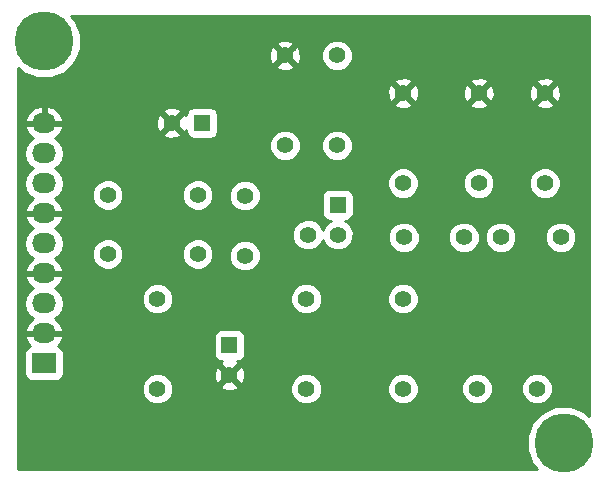
<source format=gtl>
G04 #@! TF.FileFunction,Copper,L1,Top,Signal*
%FSLAX45Y45*%
G04 Gerber Fmt 4.5, Leading zero omitted, Abs format (unit mm)*
G04 Created by KiCad (PCBNEW (2015-01-25 BZR 5388)-product) date Mo 03 Aug 2015 14:21:19 CEST*
%MOMM*%
G01*
G04 APERTURE LIST*
%ADD10C,0.150000*%
%ADD11C,5.001260*%
%ADD12C,1.397000*%
%ADD13R,2.032000X1.727200*%
%ADD14O,2.032000X1.727200*%
%ADD15R,1.397000X1.397000*%
%ADD16C,0.254000*%
G04 APERTURE END LIST*
D10*
D11*
X17100042Y-9900158D03*
X12700000Y-6499860D03*
D12*
X15740126Y-7701026D03*
X15740126Y-6939026D03*
X15180056Y-7380986D03*
X15180056Y-6618986D03*
X13660120Y-8678926D03*
X13660120Y-9440926D03*
X14919960Y-9440672D03*
X14919960Y-8678672D03*
X16940022Y-7701026D03*
X16940022Y-6939026D03*
X16379952Y-7701026D03*
X16379952Y-6939026D03*
X14739874Y-7380986D03*
X14739874Y-6618986D03*
X15740126Y-9440926D03*
X15740126Y-8678926D03*
X14000988Y-7800086D03*
X13238988Y-7800086D03*
X14000988Y-8299958D03*
X13238988Y-8299958D03*
X17074134Y-8159750D03*
X16566134Y-8159750D03*
X16254222Y-8160004D03*
X15746222Y-8160004D03*
X16873982Y-9439910D03*
X16365982Y-9439910D03*
X14400022Y-7805928D03*
X14400022Y-8313928D03*
D13*
X12700000Y-9226000D03*
D14*
X12700000Y-8972000D03*
X12700000Y-8718000D03*
X12700000Y-8464000D03*
X12700000Y-8210000D03*
X12700000Y-7956000D03*
X12700000Y-7702000D03*
X12700000Y-7448000D03*
X12700000Y-7194000D03*
D15*
X14270000Y-9073000D03*
D12*
X14270000Y-9327000D03*
D15*
X14037000Y-7190000D03*
D12*
X13783000Y-7190000D03*
D15*
X15187000Y-7883000D03*
D12*
X15187000Y-8137000D03*
X14933000Y-8137000D03*
D16*
G36*
X17317466Y-9674129D02*
X17277893Y-9634487D01*
X17207507Y-9605260D01*
X17207507Y-8133341D01*
X17187249Y-8084312D01*
X17149769Y-8046767D01*
X17100775Y-8026423D01*
X17074615Y-8026400D01*
X17074615Y-6958278D01*
X17071737Y-6905306D01*
X17057002Y-6869733D01*
X17033441Y-6863568D01*
X17015480Y-6881528D01*
X17015480Y-6845607D01*
X17009315Y-6822046D01*
X16959274Y-6804433D01*
X16906302Y-6807311D01*
X16870729Y-6822046D01*
X16864564Y-6845607D01*
X16940022Y-6921065D01*
X17015480Y-6845607D01*
X17015480Y-6881528D01*
X16957983Y-6939026D01*
X17033441Y-7014484D01*
X17057002Y-7008319D01*
X17074615Y-6958278D01*
X17074615Y-8026400D01*
X17073395Y-8026399D01*
X17073395Y-7674617D01*
X17053137Y-7625588D01*
X17015657Y-7588043D01*
X17015480Y-7587970D01*
X17015480Y-7032445D01*
X16940022Y-6956986D01*
X16922062Y-6974947D01*
X16922062Y-6939026D01*
X16846603Y-6863568D01*
X16823042Y-6869733D01*
X16805429Y-6919774D01*
X16808307Y-6972746D01*
X16823042Y-7008319D01*
X16846603Y-7014484D01*
X16922062Y-6939026D01*
X16922062Y-6974947D01*
X16864564Y-7032445D01*
X16870729Y-7056006D01*
X16920770Y-7073619D01*
X16973742Y-7070741D01*
X17009315Y-7056006D01*
X17015480Y-7032445D01*
X17015480Y-7587970D01*
X16966663Y-7567699D01*
X16913613Y-7567653D01*
X16864584Y-7587911D01*
X16827039Y-7625391D01*
X16806695Y-7674385D01*
X16806649Y-7727435D01*
X16826907Y-7776464D01*
X16864387Y-7814009D01*
X16913381Y-7834353D01*
X16966431Y-7834399D01*
X17015460Y-7814141D01*
X17053005Y-7776661D01*
X17073349Y-7727667D01*
X17073395Y-7674617D01*
X17073395Y-8026399D01*
X17047725Y-8026377D01*
X16998696Y-8046635D01*
X16961151Y-8084115D01*
X16940807Y-8133109D01*
X16940761Y-8186159D01*
X16961019Y-8235188D01*
X16998499Y-8272733D01*
X17047493Y-8293077D01*
X17100543Y-8293123D01*
X17149572Y-8272865D01*
X17187117Y-8235385D01*
X17207461Y-8186391D01*
X17207507Y-8133341D01*
X17207507Y-9605260D01*
X17162687Y-9586650D01*
X17037944Y-9586541D01*
X17007355Y-9599180D01*
X17007355Y-9413501D01*
X16987097Y-9364472D01*
X16949617Y-9326927D01*
X16900623Y-9306583D01*
X16847573Y-9306537D01*
X16798544Y-9326795D01*
X16760999Y-9364275D01*
X16740655Y-9413269D01*
X16740609Y-9466319D01*
X16760867Y-9515348D01*
X16798347Y-9552893D01*
X16847341Y-9573237D01*
X16900391Y-9573283D01*
X16949420Y-9553025D01*
X16986965Y-9515545D01*
X17007309Y-9466551D01*
X17007355Y-9413501D01*
X17007355Y-9599180D01*
X16922655Y-9634177D01*
X16834371Y-9722307D01*
X16786534Y-9837513D01*
X16786425Y-9962256D01*
X16834061Y-10077545D01*
X16873775Y-10117328D01*
X16699507Y-10117328D01*
X16699507Y-8133341D01*
X16679249Y-8084312D01*
X16641769Y-8046767D01*
X16592775Y-8026423D01*
X16539725Y-8026377D01*
X16514545Y-8036781D01*
X16514545Y-6958278D01*
X16511667Y-6905306D01*
X16496932Y-6869733D01*
X16473371Y-6863568D01*
X16455410Y-6881528D01*
X16455410Y-6845607D01*
X16449245Y-6822046D01*
X16399204Y-6804433D01*
X16346232Y-6807311D01*
X16310659Y-6822046D01*
X16304494Y-6845607D01*
X16379952Y-6921065D01*
X16455410Y-6845607D01*
X16455410Y-6881528D01*
X16397912Y-6939026D01*
X16473371Y-7014484D01*
X16496932Y-7008319D01*
X16514545Y-6958278D01*
X16514545Y-8036781D01*
X16513325Y-8037285D01*
X16513325Y-7674617D01*
X16493067Y-7625588D01*
X16455587Y-7588043D01*
X16455410Y-7587970D01*
X16455410Y-7032445D01*
X16379952Y-6956986D01*
X16361991Y-6974947D01*
X16361991Y-6939026D01*
X16286533Y-6863568D01*
X16262972Y-6869733D01*
X16245359Y-6919774D01*
X16248237Y-6972746D01*
X16262972Y-7008319D01*
X16286533Y-7014484D01*
X16361991Y-6939026D01*
X16361991Y-6974947D01*
X16304494Y-7032445D01*
X16310659Y-7056006D01*
X16360700Y-7073619D01*
X16413672Y-7070741D01*
X16449245Y-7056006D01*
X16455410Y-7032445D01*
X16455410Y-7587970D01*
X16406593Y-7567699D01*
X16353543Y-7567653D01*
X16304514Y-7587911D01*
X16266969Y-7625391D01*
X16246625Y-7674385D01*
X16246579Y-7727435D01*
X16266837Y-7776464D01*
X16304317Y-7814009D01*
X16353311Y-7834353D01*
X16406361Y-7834399D01*
X16455390Y-7814141D01*
X16492935Y-7776661D01*
X16513279Y-7727667D01*
X16513325Y-7674617D01*
X16513325Y-8037285D01*
X16490696Y-8046635D01*
X16453151Y-8084115D01*
X16432807Y-8133109D01*
X16432761Y-8186159D01*
X16453019Y-8235188D01*
X16490499Y-8272733D01*
X16539493Y-8293077D01*
X16592543Y-8293123D01*
X16641572Y-8272865D01*
X16679117Y-8235385D01*
X16699461Y-8186391D01*
X16699507Y-8133341D01*
X16699507Y-10117328D01*
X16499355Y-10117328D01*
X16499355Y-9413501D01*
X16479097Y-9364472D01*
X16441617Y-9326927D01*
X16392623Y-9306583D01*
X16387595Y-9306579D01*
X16387595Y-8133595D01*
X16367337Y-8084566D01*
X16329857Y-8047021D01*
X16280863Y-8026677D01*
X16227813Y-8026631D01*
X16178784Y-8046889D01*
X16141239Y-8084369D01*
X16120895Y-8133363D01*
X16120849Y-8186413D01*
X16141107Y-8235442D01*
X16178587Y-8272987D01*
X16227581Y-8293331D01*
X16280631Y-8293377D01*
X16329660Y-8273119D01*
X16367205Y-8235639D01*
X16387549Y-8186645D01*
X16387595Y-8133595D01*
X16387595Y-9306579D01*
X16339573Y-9306537D01*
X16290544Y-9326795D01*
X16252999Y-9364275D01*
X16232655Y-9413269D01*
X16232609Y-9466319D01*
X16252867Y-9515348D01*
X16290347Y-9552893D01*
X16339341Y-9573237D01*
X16392391Y-9573283D01*
X16441420Y-9553025D01*
X16478965Y-9515545D01*
X16499309Y-9466551D01*
X16499355Y-9413501D01*
X16499355Y-10117328D01*
X15879595Y-10117328D01*
X15879595Y-8133595D01*
X15874719Y-8121793D01*
X15874719Y-6958278D01*
X15871841Y-6905306D01*
X15857106Y-6869733D01*
X15833545Y-6863568D01*
X15815584Y-6881528D01*
X15815584Y-6845607D01*
X15809419Y-6822046D01*
X15759378Y-6804433D01*
X15706406Y-6807311D01*
X15670833Y-6822046D01*
X15664668Y-6845607D01*
X15740126Y-6921065D01*
X15815584Y-6845607D01*
X15815584Y-6881528D01*
X15758086Y-6939026D01*
X15833545Y-7014484D01*
X15857106Y-7008319D01*
X15874719Y-6958278D01*
X15874719Y-8121793D01*
X15873499Y-8118842D01*
X15873499Y-7674617D01*
X15853241Y-7625588D01*
X15815761Y-7588043D01*
X15815584Y-7587970D01*
X15815584Y-7032445D01*
X15740126Y-6956986D01*
X15722165Y-6974947D01*
X15722165Y-6939026D01*
X15646707Y-6863568D01*
X15623146Y-6869733D01*
X15605533Y-6919774D01*
X15608411Y-6972746D01*
X15623146Y-7008319D01*
X15646707Y-7014484D01*
X15722165Y-6939026D01*
X15722165Y-6974947D01*
X15664668Y-7032445D01*
X15670833Y-7056006D01*
X15720874Y-7073619D01*
X15773846Y-7070741D01*
X15809419Y-7056006D01*
X15815584Y-7032445D01*
X15815584Y-7587970D01*
X15766767Y-7567699D01*
X15713717Y-7567653D01*
X15664688Y-7587911D01*
X15627143Y-7625391D01*
X15606799Y-7674385D01*
X15606753Y-7727435D01*
X15627011Y-7776464D01*
X15664491Y-7814009D01*
X15713485Y-7834353D01*
X15766535Y-7834399D01*
X15815564Y-7814141D01*
X15853109Y-7776661D01*
X15873453Y-7727667D01*
X15873499Y-7674617D01*
X15873499Y-8118842D01*
X15859337Y-8084566D01*
X15821857Y-8047021D01*
X15772863Y-8026677D01*
X15719813Y-8026631D01*
X15670784Y-8046889D01*
X15633239Y-8084369D01*
X15612895Y-8133363D01*
X15612849Y-8186413D01*
X15633107Y-8235442D01*
X15670587Y-8272987D01*
X15719581Y-8293331D01*
X15772631Y-8293377D01*
X15821660Y-8273119D01*
X15859205Y-8235639D01*
X15879549Y-8186645D01*
X15879595Y-8133595D01*
X15879595Y-10117328D01*
X15873499Y-10117328D01*
X15873499Y-9414517D01*
X15873499Y-8652517D01*
X15853241Y-8603488D01*
X15815761Y-8565943D01*
X15766767Y-8545599D01*
X15713717Y-8545553D01*
X15664688Y-8565811D01*
X15627143Y-8603291D01*
X15606799Y-8652285D01*
X15606753Y-8705335D01*
X15627011Y-8754364D01*
X15664491Y-8791909D01*
X15713485Y-8812253D01*
X15766535Y-8812299D01*
X15815564Y-8792041D01*
X15853109Y-8754561D01*
X15873453Y-8705567D01*
X15873499Y-8652517D01*
X15873499Y-9414517D01*
X15853241Y-9365488D01*
X15815761Y-9327943D01*
X15766767Y-9307599D01*
X15713717Y-9307553D01*
X15664688Y-9327811D01*
X15627143Y-9365291D01*
X15606799Y-9414285D01*
X15606753Y-9467335D01*
X15627011Y-9516364D01*
X15664491Y-9553909D01*
X15713485Y-9574253D01*
X15766535Y-9574299D01*
X15815564Y-9554041D01*
X15853109Y-9516561D01*
X15873453Y-9467567D01*
X15873499Y-9414517D01*
X15873499Y-10117328D01*
X15321594Y-10117328D01*
X15321594Y-7952850D01*
X15321594Y-7813150D01*
X15316896Y-7788938D01*
X15313429Y-7783659D01*
X15313429Y-7354577D01*
X15313429Y-6592577D01*
X15293171Y-6543548D01*
X15255691Y-6506003D01*
X15206697Y-6485659D01*
X15153647Y-6485613D01*
X15104618Y-6505871D01*
X15067073Y-6543351D01*
X15046729Y-6592345D01*
X15046683Y-6645395D01*
X15066941Y-6694424D01*
X15104421Y-6731969D01*
X15153415Y-6752313D01*
X15206465Y-6752359D01*
X15255494Y-6732101D01*
X15293039Y-6694621D01*
X15313383Y-6645627D01*
X15313429Y-6592577D01*
X15313429Y-7354577D01*
X15293171Y-7305548D01*
X15255691Y-7268003D01*
X15206697Y-7247659D01*
X15153647Y-7247613D01*
X15104618Y-7267871D01*
X15067073Y-7305351D01*
X15046729Y-7354345D01*
X15046683Y-7407395D01*
X15066941Y-7456424D01*
X15104421Y-7493969D01*
X15153415Y-7514313D01*
X15206465Y-7514359D01*
X15255494Y-7494101D01*
X15293039Y-7456621D01*
X15313383Y-7407627D01*
X15313429Y-7354577D01*
X15313429Y-7783659D01*
X15302917Y-7767657D01*
X15281814Y-7753412D01*
X15256850Y-7748406D01*
X15117150Y-7748406D01*
X15092938Y-7753104D01*
X15071657Y-7767083D01*
X15057412Y-7788186D01*
X15052406Y-7813150D01*
X15052406Y-7952850D01*
X15057104Y-7977062D01*
X15071083Y-7998343D01*
X15092186Y-8012588D01*
X15117150Y-8017594D01*
X15126788Y-8017594D01*
X15111562Y-8023885D01*
X15074017Y-8061365D01*
X15059991Y-8095145D01*
X15046115Y-8061562D01*
X15008635Y-8024017D01*
X14959641Y-8003673D01*
X14906591Y-8003627D01*
X14874467Y-8016900D01*
X14874467Y-6638238D01*
X14871589Y-6585266D01*
X14856854Y-6549693D01*
X14833293Y-6543528D01*
X14815332Y-6561488D01*
X14815332Y-6525567D01*
X14809167Y-6502006D01*
X14759126Y-6484393D01*
X14706154Y-6487271D01*
X14670581Y-6502006D01*
X14664416Y-6525567D01*
X14739874Y-6601025D01*
X14815332Y-6525567D01*
X14815332Y-6561488D01*
X14757834Y-6618986D01*
X14833293Y-6694444D01*
X14856854Y-6688279D01*
X14874467Y-6638238D01*
X14874467Y-8016900D01*
X14873247Y-8017404D01*
X14873247Y-7354577D01*
X14852989Y-7305548D01*
X14815509Y-7268003D01*
X14815332Y-7267930D01*
X14815332Y-6712405D01*
X14739874Y-6636946D01*
X14721913Y-6654907D01*
X14721913Y-6618986D01*
X14646455Y-6543528D01*
X14622894Y-6549693D01*
X14605281Y-6599734D01*
X14608159Y-6652706D01*
X14622894Y-6688279D01*
X14646455Y-6694444D01*
X14721913Y-6618986D01*
X14721913Y-6654907D01*
X14664416Y-6712405D01*
X14670581Y-6735966D01*
X14720622Y-6753579D01*
X14773594Y-6750701D01*
X14809167Y-6735966D01*
X14815332Y-6712405D01*
X14815332Y-7267930D01*
X14766515Y-7247659D01*
X14713465Y-7247613D01*
X14664436Y-7267871D01*
X14626891Y-7305351D01*
X14606547Y-7354345D01*
X14606501Y-7407395D01*
X14626759Y-7456424D01*
X14664239Y-7493969D01*
X14713233Y-7514313D01*
X14766283Y-7514359D01*
X14815312Y-7494101D01*
X14852857Y-7456621D01*
X14873201Y-7407627D01*
X14873247Y-7354577D01*
X14873247Y-8017404D01*
X14857562Y-8023885D01*
X14820017Y-8061365D01*
X14799673Y-8110359D01*
X14799627Y-8163409D01*
X14819885Y-8212438D01*
X14857365Y-8249983D01*
X14906359Y-8270327D01*
X14959409Y-8270373D01*
X15008438Y-8250115D01*
X15045983Y-8212635D01*
X15060009Y-8178855D01*
X15073885Y-8212438D01*
X15111365Y-8249983D01*
X15160359Y-8270327D01*
X15213409Y-8270373D01*
X15262438Y-8250115D01*
X15299983Y-8212635D01*
X15320327Y-8163641D01*
X15320373Y-8110591D01*
X15300115Y-8061562D01*
X15262635Y-8024017D01*
X15247166Y-8017594D01*
X15256850Y-8017594D01*
X15281062Y-8012896D01*
X15302343Y-7998917D01*
X15316588Y-7977814D01*
X15321594Y-7952850D01*
X15321594Y-10117328D01*
X15053333Y-10117328D01*
X15053333Y-9414263D01*
X15053333Y-8652263D01*
X15033075Y-8603234D01*
X14995595Y-8565689D01*
X14946601Y-8545345D01*
X14893551Y-8545299D01*
X14844522Y-8565557D01*
X14806977Y-8603037D01*
X14786633Y-8652031D01*
X14786587Y-8705081D01*
X14806845Y-8754110D01*
X14844325Y-8791655D01*
X14893319Y-8811999D01*
X14946369Y-8812045D01*
X14995398Y-8791787D01*
X15032943Y-8754307D01*
X15053287Y-8705313D01*
X15053333Y-8652263D01*
X15053333Y-9414263D01*
X15033075Y-9365234D01*
X14995595Y-9327689D01*
X14946601Y-9307345D01*
X14893551Y-9307299D01*
X14844522Y-9327557D01*
X14806977Y-9365037D01*
X14786633Y-9414031D01*
X14786587Y-9467081D01*
X14806845Y-9516110D01*
X14844325Y-9553655D01*
X14893319Y-9573999D01*
X14946369Y-9574045D01*
X14995398Y-9553787D01*
X15032943Y-9516307D01*
X15053287Y-9467313D01*
X15053333Y-9414263D01*
X15053333Y-10117328D01*
X14533395Y-10117328D01*
X14533395Y-8287519D01*
X14533395Y-7779519D01*
X14513137Y-7730490D01*
X14475657Y-7692945D01*
X14426663Y-7672601D01*
X14373613Y-7672555D01*
X14324584Y-7692813D01*
X14287039Y-7730293D01*
X14266695Y-7779287D01*
X14266649Y-7832337D01*
X14286907Y-7881366D01*
X14324387Y-7918911D01*
X14373381Y-7939255D01*
X14426431Y-7939301D01*
X14475460Y-7919043D01*
X14513005Y-7881563D01*
X14533349Y-7832569D01*
X14533395Y-7779519D01*
X14533395Y-8287519D01*
X14513137Y-8238490D01*
X14475657Y-8200945D01*
X14426663Y-8180601D01*
X14373613Y-8180555D01*
X14324584Y-8200813D01*
X14287039Y-8238293D01*
X14266695Y-8287287D01*
X14266649Y-8340337D01*
X14286907Y-8389366D01*
X14324387Y-8426911D01*
X14373381Y-8447255D01*
X14426431Y-8447301D01*
X14475460Y-8427043D01*
X14513005Y-8389563D01*
X14533349Y-8340569D01*
X14533395Y-8287519D01*
X14533395Y-10117328D01*
X14404594Y-10117328D01*
X14404594Y-9142850D01*
X14404594Y-9003150D01*
X14399896Y-8978938D01*
X14385917Y-8957657D01*
X14364814Y-8943412D01*
X14339850Y-8938406D01*
X14200150Y-8938406D01*
X14175938Y-8943104D01*
X14171594Y-8945957D01*
X14171594Y-7259850D01*
X14171594Y-7120150D01*
X14166896Y-7095938D01*
X14152917Y-7074657D01*
X14131814Y-7060412D01*
X14106850Y-7055406D01*
X13967150Y-7055406D01*
X13942938Y-7060104D01*
X13921657Y-7074083D01*
X13907412Y-7095186D01*
X13902406Y-7120150D01*
X13902406Y-7126564D01*
X13899980Y-7120707D01*
X13876419Y-7114542D01*
X13858458Y-7132502D01*
X13858458Y-7096581D01*
X13852293Y-7073020D01*
X13802252Y-7055407D01*
X13749280Y-7058285D01*
X13713707Y-7073020D01*
X13707542Y-7096581D01*
X13783000Y-7172039D01*
X13858458Y-7096581D01*
X13858458Y-7132502D01*
X13800960Y-7190000D01*
X13876419Y-7265458D01*
X13899980Y-7259293D01*
X13902406Y-7252400D01*
X13902406Y-7259850D01*
X13907104Y-7284062D01*
X13921083Y-7305343D01*
X13942186Y-7319588D01*
X13967150Y-7324594D01*
X14106850Y-7324594D01*
X14131062Y-7319896D01*
X14152343Y-7305917D01*
X14166588Y-7284814D01*
X14171594Y-7259850D01*
X14171594Y-8945957D01*
X14154657Y-8957083D01*
X14140412Y-8978186D01*
X14135406Y-9003150D01*
X14135406Y-9142850D01*
X14140104Y-9167062D01*
X14154083Y-9188343D01*
X14175186Y-9202588D01*
X14200150Y-9207594D01*
X14206564Y-9207594D01*
X14200707Y-9210020D01*
X14194542Y-9233581D01*
X14270000Y-9309040D01*
X14345458Y-9233581D01*
X14339293Y-9210020D01*
X14332400Y-9207594D01*
X14339850Y-9207594D01*
X14364062Y-9202896D01*
X14385343Y-9188917D01*
X14399588Y-9167814D01*
X14404594Y-9142850D01*
X14404594Y-10117328D01*
X14404593Y-10117328D01*
X14404593Y-9346252D01*
X14401715Y-9293280D01*
X14386980Y-9257707D01*
X14363419Y-9251542D01*
X14287960Y-9327000D01*
X14363419Y-9402458D01*
X14386980Y-9396293D01*
X14404593Y-9346252D01*
X14404593Y-10117328D01*
X14345458Y-10117328D01*
X14345458Y-9420419D01*
X14270000Y-9344961D01*
X14252039Y-9362921D01*
X14252039Y-9327000D01*
X14176581Y-9251542D01*
X14153020Y-9257707D01*
X14135407Y-9307748D01*
X14138285Y-9360720D01*
X14153020Y-9396293D01*
X14176581Y-9402458D01*
X14252039Y-9327000D01*
X14252039Y-9362921D01*
X14194542Y-9420419D01*
X14200707Y-9443980D01*
X14250748Y-9461593D01*
X14303720Y-9458715D01*
X14339293Y-9443980D01*
X14345458Y-9420419D01*
X14345458Y-10117328D01*
X14134361Y-10117328D01*
X14134361Y-8273549D01*
X14134361Y-7773677D01*
X14114103Y-7724648D01*
X14076623Y-7687103D01*
X14027629Y-7666759D01*
X13974579Y-7666713D01*
X13925550Y-7686971D01*
X13888005Y-7724451D01*
X13867661Y-7773445D01*
X13867615Y-7826495D01*
X13887873Y-7875524D01*
X13925353Y-7913069D01*
X13974347Y-7933413D01*
X14027397Y-7933459D01*
X14076426Y-7913201D01*
X14113971Y-7875721D01*
X14134315Y-7826727D01*
X14134361Y-7773677D01*
X14134361Y-8273549D01*
X14114103Y-8224520D01*
X14076623Y-8186975D01*
X14027629Y-8166631D01*
X13974579Y-8166585D01*
X13925550Y-8186843D01*
X13888005Y-8224323D01*
X13867661Y-8273317D01*
X13867615Y-8326367D01*
X13887873Y-8375396D01*
X13925353Y-8412941D01*
X13974347Y-8433285D01*
X14027397Y-8433331D01*
X14076426Y-8413073D01*
X14113971Y-8375593D01*
X14134315Y-8326599D01*
X14134361Y-8273549D01*
X14134361Y-10117328D01*
X13858458Y-10117328D01*
X13858458Y-7283419D01*
X13783000Y-7207960D01*
X13765039Y-7225921D01*
X13765039Y-7190000D01*
X13689581Y-7114542D01*
X13666020Y-7120707D01*
X13648407Y-7170748D01*
X13651285Y-7223720D01*
X13666020Y-7259293D01*
X13689581Y-7265458D01*
X13765039Y-7190000D01*
X13765039Y-7225921D01*
X13707542Y-7283419D01*
X13713707Y-7306980D01*
X13763748Y-7324593D01*
X13816720Y-7321715D01*
X13852293Y-7306980D01*
X13858458Y-7283419D01*
X13858458Y-10117328D01*
X13793493Y-10117328D01*
X13793493Y-9414517D01*
X13793493Y-8652517D01*
X13773235Y-8603488D01*
X13735755Y-8565943D01*
X13686761Y-8545599D01*
X13633711Y-8545553D01*
X13584682Y-8565811D01*
X13547137Y-8603291D01*
X13526793Y-8652285D01*
X13526747Y-8705335D01*
X13547005Y-8754364D01*
X13584485Y-8791909D01*
X13633479Y-8812253D01*
X13686529Y-8812299D01*
X13735558Y-8792041D01*
X13773103Y-8754561D01*
X13793447Y-8705567D01*
X13793493Y-8652517D01*
X13793493Y-9414517D01*
X13773235Y-9365488D01*
X13735755Y-9327943D01*
X13686761Y-9307599D01*
X13633711Y-9307553D01*
X13584682Y-9327811D01*
X13547137Y-9365291D01*
X13526793Y-9414285D01*
X13526747Y-9467335D01*
X13547005Y-9516364D01*
X13584485Y-9553909D01*
X13633479Y-9574253D01*
X13686529Y-9574299D01*
X13735558Y-9554041D01*
X13773103Y-9516561D01*
X13793447Y-9467567D01*
X13793493Y-9414517D01*
X13793493Y-10117328D01*
X13372361Y-10117328D01*
X13372361Y-8273549D01*
X13372361Y-7773677D01*
X13352103Y-7724648D01*
X13314623Y-7687103D01*
X13265629Y-7666759D01*
X13212579Y-7666713D01*
X13163550Y-7686971D01*
X13126005Y-7724451D01*
X13105661Y-7773445D01*
X13105615Y-7826495D01*
X13125873Y-7875524D01*
X13163353Y-7913069D01*
X13212347Y-7933413D01*
X13265397Y-7933459D01*
X13314426Y-7913201D01*
X13351971Y-7875721D01*
X13372315Y-7826727D01*
X13372361Y-7773677D01*
X13372361Y-8273549D01*
X13352103Y-8224520D01*
X13314623Y-8186975D01*
X13265629Y-8166631D01*
X13212579Y-8166585D01*
X13163550Y-8186843D01*
X13126005Y-8224323D01*
X13105661Y-8273317D01*
X13105615Y-8326367D01*
X13125873Y-8375396D01*
X13163353Y-8412941D01*
X13212347Y-8433285D01*
X13265397Y-8433331D01*
X13314426Y-8413073D01*
X13351971Y-8375593D01*
X13372315Y-8326599D01*
X13372361Y-8273549D01*
X13372361Y-10117328D01*
X12868334Y-10117328D01*
X12868334Y-8718000D01*
X12868334Y-8210000D01*
X12868334Y-7702000D01*
X12856927Y-7644651D01*
X12824441Y-7596033D01*
X12792963Y-7575000D01*
X12824441Y-7553967D01*
X12856927Y-7505349D01*
X12868334Y-7448000D01*
X12856927Y-7390651D01*
X12824441Y-7342033D01*
X12793493Y-7321354D01*
X12835073Y-7284204D01*
X12860471Y-7231479D01*
X12860736Y-7229903D01*
X12860736Y-7158097D01*
X12860471Y-7156521D01*
X12835073Y-7103796D01*
X12791432Y-7064805D01*
X12736191Y-7045482D01*
X12712700Y-7059908D01*
X12712700Y-7181300D01*
X12848622Y-7181300D01*
X12860736Y-7158097D01*
X12860736Y-7229903D01*
X12848622Y-7206700D01*
X12712700Y-7206700D01*
X12712700Y-7208700D01*
X12687300Y-7208700D01*
X12687300Y-7206700D01*
X12687300Y-7181300D01*
X12687300Y-7059908D01*
X12663809Y-7045482D01*
X12608568Y-7064805D01*
X12564927Y-7103796D01*
X12539529Y-7156521D01*
X12539264Y-7158097D01*
X12551378Y-7181300D01*
X12687300Y-7181300D01*
X12687300Y-7206700D01*
X12551378Y-7206700D01*
X12539264Y-7229903D01*
X12539529Y-7231479D01*
X12564927Y-7284204D01*
X12606507Y-7321354D01*
X12575558Y-7342033D01*
X12543073Y-7390651D01*
X12531665Y-7448000D01*
X12543073Y-7505349D01*
X12575558Y-7553967D01*
X12607036Y-7575000D01*
X12575558Y-7596033D01*
X12543073Y-7644651D01*
X12531665Y-7702000D01*
X12543073Y-7759349D01*
X12575558Y-7807967D01*
X12606507Y-7828646D01*
X12564927Y-7865796D01*
X12539529Y-7918521D01*
X12539264Y-7920097D01*
X12551378Y-7943300D01*
X12687300Y-7943300D01*
X12687300Y-7941300D01*
X12712700Y-7941300D01*
X12712700Y-7943300D01*
X12848622Y-7943300D01*
X12860736Y-7920097D01*
X12860471Y-7918521D01*
X12835073Y-7865796D01*
X12793493Y-7828646D01*
X12824441Y-7807967D01*
X12856927Y-7759349D01*
X12868334Y-7702000D01*
X12868334Y-8210000D01*
X12856927Y-8152651D01*
X12824441Y-8104033D01*
X12793493Y-8083354D01*
X12835073Y-8046204D01*
X12860471Y-7993479D01*
X12860736Y-7991903D01*
X12848622Y-7968700D01*
X12712700Y-7968700D01*
X12712700Y-7970700D01*
X12687300Y-7970700D01*
X12687300Y-7968700D01*
X12551378Y-7968700D01*
X12539264Y-7991903D01*
X12539529Y-7993479D01*
X12564927Y-8046204D01*
X12606507Y-8083354D01*
X12575558Y-8104033D01*
X12543073Y-8152651D01*
X12531665Y-8210000D01*
X12543073Y-8267349D01*
X12575558Y-8315967D01*
X12606507Y-8336646D01*
X12564927Y-8373796D01*
X12539529Y-8426521D01*
X12539264Y-8428097D01*
X12551378Y-8451300D01*
X12687300Y-8451300D01*
X12687300Y-8449300D01*
X12712700Y-8449300D01*
X12712700Y-8451300D01*
X12848622Y-8451300D01*
X12860736Y-8428097D01*
X12860471Y-8426521D01*
X12835073Y-8373796D01*
X12793493Y-8336646D01*
X12824441Y-8315967D01*
X12856927Y-8267349D01*
X12868334Y-8210000D01*
X12868334Y-8718000D01*
X12856927Y-8660651D01*
X12824441Y-8612033D01*
X12793493Y-8591354D01*
X12835073Y-8554204D01*
X12860471Y-8501479D01*
X12860736Y-8499903D01*
X12848622Y-8476700D01*
X12712700Y-8476700D01*
X12712700Y-8478700D01*
X12687300Y-8478700D01*
X12687300Y-8476700D01*
X12551378Y-8476700D01*
X12539264Y-8499903D01*
X12539529Y-8501479D01*
X12564927Y-8554204D01*
X12606507Y-8591354D01*
X12575558Y-8612033D01*
X12543073Y-8660651D01*
X12531665Y-8718000D01*
X12543073Y-8775349D01*
X12575558Y-8823967D01*
X12606507Y-8844646D01*
X12564927Y-8881796D01*
X12539529Y-8934521D01*
X12539264Y-8936097D01*
X12551378Y-8959300D01*
X12687300Y-8959300D01*
X12687300Y-8957300D01*
X12712700Y-8957300D01*
X12712700Y-8959300D01*
X12848622Y-8959300D01*
X12860736Y-8936097D01*
X12860471Y-8934521D01*
X12835073Y-8881796D01*
X12793493Y-8844646D01*
X12824441Y-8823967D01*
X12856927Y-8775349D01*
X12868334Y-8718000D01*
X12868334Y-10117328D01*
X12866344Y-10117328D01*
X12866344Y-9312360D01*
X12866344Y-9139640D01*
X12861646Y-9115428D01*
X12847667Y-9094147D01*
X12826564Y-9079902D01*
X12817335Y-9078052D01*
X12835073Y-9062204D01*
X12860471Y-9009479D01*
X12860736Y-9007903D01*
X12848622Y-8984700D01*
X12712700Y-8984700D01*
X12712700Y-8986700D01*
X12687300Y-8986700D01*
X12687300Y-8984700D01*
X12551378Y-8984700D01*
X12539264Y-9007903D01*
X12539529Y-9009479D01*
X12564927Y-9062204D01*
X12582570Y-9077967D01*
X12574188Y-9079594D01*
X12552907Y-9093573D01*
X12538662Y-9114676D01*
X12533656Y-9139640D01*
X12533656Y-9312360D01*
X12538354Y-9336572D01*
X12552333Y-9357853D01*
X12573436Y-9372098D01*
X12598400Y-9377104D01*
X12801600Y-9377104D01*
X12825812Y-9372406D01*
X12847093Y-9358427D01*
X12861338Y-9337324D01*
X12866344Y-9312360D01*
X12866344Y-10117328D01*
X12482576Y-10117328D01*
X12482576Y-6725889D01*
X12522149Y-6765531D01*
X12637355Y-6813368D01*
X12762098Y-6813477D01*
X12877387Y-6765841D01*
X12965671Y-6677711D01*
X13013508Y-6562505D01*
X13013617Y-6437762D01*
X12965981Y-6322473D01*
X12926014Y-6282436D01*
X17317466Y-6282436D01*
X17317466Y-9674129D01*
X17317466Y-9674129D01*
G37*
X17317466Y-9674129D02*
X17277893Y-9634487D01*
X17207507Y-9605260D01*
X17207507Y-8133341D01*
X17187249Y-8084312D01*
X17149769Y-8046767D01*
X17100775Y-8026423D01*
X17074615Y-8026400D01*
X17074615Y-6958278D01*
X17071737Y-6905306D01*
X17057002Y-6869733D01*
X17033441Y-6863568D01*
X17015480Y-6881528D01*
X17015480Y-6845607D01*
X17009315Y-6822046D01*
X16959274Y-6804433D01*
X16906302Y-6807311D01*
X16870729Y-6822046D01*
X16864564Y-6845607D01*
X16940022Y-6921065D01*
X17015480Y-6845607D01*
X17015480Y-6881528D01*
X16957983Y-6939026D01*
X17033441Y-7014484D01*
X17057002Y-7008319D01*
X17074615Y-6958278D01*
X17074615Y-8026400D01*
X17073395Y-8026399D01*
X17073395Y-7674617D01*
X17053137Y-7625588D01*
X17015657Y-7588043D01*
X17015480Y-7587970D01*
X17015480Y-7032445D01*
X16940022Y-6956986D01*
X16922062Y-6974947D01*
X16922062Y-6939026D01*
X16846603Y-6863568D01*
X16823042Y-6869733D01*
X16805429Y-6919774D01*
X16808307Y-6972746D01*
X16823042Y-7008319D01*
X16846603Y-7014484D01*
X16922062Y-6939026D01*
X16922062Y-6974947D01*
X16864564Y-7032445D01*
X16870729Y-7056006D01*
X16920770Y-7073619D01*
X16973742Y-7070741D01*
X17009315Y-7056006D01*
X17015480Y-7032445D01*
X17015480Y-7587970D01*
X16966663Y-7567699D01*
X16913613Y-7567653D01*
X16864584Y-7587911D01*
X16827039Y-7625391D01*
X16806695Y-7674385D01*
X16806649Y-7727435D01*
X16826907Y-7776464D01*
X16864387Y-7814009D01*
X16913381Y-7834353D01*
X16966431Y-7834399D01*
X17015460Y-7814141D01*
X17053005Y-7776661D01*
X17073349Y-7727667D01*
X17073395Y-7674617D01*
X17073395Y-8026399D01*
X17047725Y-8026377D01*
X16998696Y-8046635D01*
X16961151Y-8084115D01*
X16940807Y-8133109D01*
X16940761Y-8186159D01*
X16961019Y-8235188D01*
X16998499Y-8272733D01*
X17047493Y-8293077D01*
X17100543Y-8293123D01*
X17149572Y-8272865D01*
X17187117Y-8235385D01*
X17207461Y-8186391D01*
X17207507Y-8133341D01*
X17207507Y-9605260D01*
X17162687Y-9586650D01*
X17037944Y-9586541D01*
X17007355Y-9599180D01*
X17007355Y-9413501D01*
X16987097Y-9364472D01*
X16949617Y-9326927D01*
X16900623Y-9306583D01*
X16847573Y-9306537D01*
X16798544Y-9326795D01*
X16760999Y-9364275D01*
X16740655Y-9413269D01*
X16740609Y-9466319D01*
X16760867Y-9515348D01*
X16798347Y-9552893D01*
X16847341Y-9573237D01*
X16900391Y-9573283D01*
X16949420Y-9553025D01*
X16986965Y-9515545D01*
X17007309Y-9466551D01*
X17007355Y-9413501D01*
X17007355Y-9599180D01*
X16922655Y-9634177D01*
X16834371Y-9722307D01*
X16786534Y-9837513D01*
X16786425Y-9962256D01*
X16834061Y-10077545D01*
X16873775Y-10117328D01*
X16699507Y-10117328D01*
X16699507Y-8133341D01*
X16679249Y-8084312D01*
X16641769Y-8046767D01*
X16592775Y-8026423D01*
X16539725Y-8026377D01*
X16514545Y-8036781D01*
X16514545Y-6958278D01*
X16511667Y-6905306D01*
X16496932Y-6869733D01*
X16473371Y-6863568D01*
X16455410Y-6881528D01*
X16455410Y-6845607D01*
X16449245Y-6822046D01*
X16399204Y-6804433D01*
X16346232Y-6807311D01*
X16310659Y-6822046D01*
X16304494Y-6845607D01*
X16379952Y-6921065D01*
X16455410Y-6845607D01*
X16455410Y-6881528D01*
X16397912Y-6939026D01*
X16473371Y-7014484D01*
X16496932Y-7008319D01*
X16514545Y-6958278D01*
X16514545Y-8036781D01*
X16513325Y-8037285D01*
X16513325Y-7674617D01*
X16493067Y-7625588D01*
X16455587Y-7588043D01*
X16455410Y-7587970D01*
X16455410Y-7032445D01*
X16379952Y-6956986D01*
X16361991Y-6974947D01*
X16361991Y-6939026D01*
X16286533Y-6863568D01*
X16262972Y-6869733D01*
X16245359Y-6919774D01*
X16248237Y-6972746D01*
X16262972Y-7008319D01*
X16286533Y-7014484D01*
X16361991Y-6939026D01*
X16361991Y-6974947D01*
X16304494Y-7032445D01*
X16310659Y-7056006D01*
X16360700Y-7073619D01*
X16413672Y-7070741D01*
X16449245Y-7056006D01*
X16455410Y-7032445D01*
X16455410Y-7587970D01*
X16406593Y-7567699D01*
X16353543Y-7567653D01*
X16304514Y-7587911D01*
X16266969Y-7625391D01*
X16246625Y-7674385D01*
X16246579Y-7727435D01*
X16266837Y-7776464D01*
X16304317Y-7814009D01*
X16353311Y-7834353D01*
X16406361Y-7834399D01*
X16455390Y-7814141D01*
X16492935Y-7776661D01*
X16513279Y-7727667D01*
X16513325Y-7674617D01*
X16513325Y-8037285D01*
X16490696Y-8046635D01*
X16453151Y-8084115D01*
X16432807Y-8133109D01*
X16432761Y-8186159D01*
X16453019Y-8235188D01*
X16490499Y-8272733D01*
X16539493Y-8293077D01*
X16592543Y-8293123D01*
X16641572Y-8272865D01*
X16679117Y-8235385D01*
X16699461Y-8186391D01*
X16699507Y-8133341D01*
X16699507Y-10117328D01*
X16499355Y-10117328D01*
X16499355Y-9413501D01*
X16479097Y-9364472D01*
X16441617Y-9326927D01*
X16392623Y-9306583D01*
X16387595Y-9306579D01*
X16387595Y-8133595D01*
X16367337Y-8084566D01*
X16329857Y-8047021D01*
X16280863Y-8026677D01*
X16227813Y-8026631D01*
X16178784Y-8046889D01*
X16141239Y-8084369D01*
X16120895Y-8133363D01*
X16120849Y-8186413D01*
X16141107Y-8235442D01*
X16178587Y-8272987D01*
X16227581Y-8293331D01*
X16280631Y-8293377D01*
X16329660Y-8273119D01*
X16367205Y-8235639D01*
X16387549Y-8186645D01*
X16387595Y-8133595D01*
X16387595Y-9306579D01*
X16339573Y-9306537D01*
X16290544Y-9326795D01*
X16252999Y-9364275D01*
X16232655Y-9413269D01*
X16232609Y-9466319D01*
X16252867Y-9515348D01*
X16290347Y-9552893D01*
X16339341Y-9573237D01*
X16392391Y-9573283D01*
X16441420Y-9553025D01*
X16478965Y-9515545D01*
X16499309Y-9466551D01*
X16499355Y-9413501D01*
X16499355Y-10117328D01*
X15879595Y-10117328D01*
X15879595Y-8133595D01*
X15874719Y-8121793D01*
X15874719Y-6958278D01*
X15871841Y-6905306D01*
X15857106Y-6869733D01*
X15833545Y-6863568D01*
X15815584Y-6881528D01*
X15815584Y-6845607D01*
X15809419Y-6822046D01*
X15759378Y-6804433D01*
X15706406Y-6807311D01*
X15670833Y-6822046D01*
X15664668Y-6845607D01*
X15740126Y-6921065D01*
X15815584Y-6845607D01*
X15815584Y-6881528D01*
X15758086Y-6939026D01*
X15833545Y-7014484D01*
X15857106Y-7008319D01*
X15874719Y-6958278D01*
X15874719Y-8121793D01*
X15873499Y-8118842D01*
X15873499Y-7674617D01*
X15853241Y-7625588D01*
X15815761Y-7588043D01*
X15815584Y-7587970D01*
X15815584Y-7032445D01*
X15740126Y-6956986D01*
X15722165Y-6974947D01*
X15722165Y-6939026D01*
X15646707Y-6863568D01*
X15623146Y-6869733D01*
X15605533Y-6919774D01*
X15608411Y-6972746D01*
X15623146Y-7008319D01*
X15646707Y-7014484D01*
X15722165Y-6939026D01*
X15722165Y-6974947D01*
X15664668Y-7032445D01*
X15670833Y-7056006D01*
X15720874Y-7073619D01*
X15773846Y-7070741D01*
X15809419Y-7056006D01*
X15815584Y-7032445D01*
X15815584Y-7587970D01*
X15766767Y-7567699D01*
X15713717Y-7567653D01*
X15664688Y-7587911D01*
X15627143Y-7625391D01*
X15606799Y-7674385D01*
X15606753Y-7727435D01*
X15627011Y-7776464D01*
X15664491Y-7814009D01*
X15713485Y-7834353D01*
X15766535Y-7834399D01*
X15815564Y-7814141D01*
X15853109Y-7776661D01*
X15873453Y-7727667D01*
X15873499Y-7674617D01*
X15873499Y-8118842D01*
X15859337Y-8084566D01*
X15821857Y-8047021D01*
X15772863Y-8026677D01*
X15719813Y-8026631D01*
X15670784Y-8046889D01*
X15633239Y-8084369D01*
X15612895Y-8133363D01*
X15612849Y-8186413D01*
X15633107Y-8235442D01*
X15670587Y-8272987D01*
X15719581Y-8293331D01*
X15772631Y-8293377D01*
X15821660Y-8273119D01*
X15859205Y-8235639D01*
X15879549Y-8186645D01*
X15879595Y-8133595D01*
X15879595Y-10117328D01*
X15873499Y-10117328D01*
X15873499Y-9414517D01*
X15873499Y-8652517D01*
X15853241Y-8603488D01*
X15815761Y-8565943D01*
X15766767Y-8545599D01*
X15713717Y-8545553D01*
X15664688Y-8565811D01*
X15627143Y-8603291D01*
X15606799Y-8652285D01*
X15606753Y-8705335D01*
X15627011Y-8754364D01*
X15664491Y-8791909D01*
X15713485Y-8812253D01*
X15766535Y-8812299D01*
X15815564Y-8792041D01*
X15853109Y-8754561D01*
X15873453Y-8705567D01*
X15873499Y-8652517D01*
X15873499Y-9414517D01*
X15853241Y-9365488D01*
X15815761Y-9327943D01*
X15766767Y-9307599D01*
X15713717Y-9307553D01*
X15664688Y-9327811D01*
X15627143Y-9365291D01*
X15606799Y-9414285D01*
X15606753Y-9467335D01*
X15627011Y-9516364D01*
X15664491Y-9553909D01*
X15713485Y-9574253D01*
X15766535Y-9574299D01*
X15815564Y-9554041D01*
X15853109Y-9516561D01*
X15873453Y-9467567D01*
X15873499Y-9414517D01*
X15873499Y-10117328D01*
X15321594Y-10117328D01*
X15321594Y-7952850D01*
X15321594Y-7813150D01*
X15316896Y-7788938D01*
X15313429Y-7783659D01*
X15313429Y-7354577D01*
X15313429Y-6592577D01*
X15293171Y-6543548D01*
X15255691Y-6506003D01*
X15206697Y-6485659D01*
X15153647Y-6485613D01*
X15104618Y-6505871D01*
X15067073Y-6543351D01*
X15046729Y-6592345D01*
X15046683Y-6645395D01*
X15066941Y-6694424D01*
X15104421Y-6731969D01*
X15153415Y-6752313D01*
X15206465Y-6752359D01*
X15255494Y-6732101D01*
X15293039Y-6694621D01*
X15313383Y-6645627D01*
X15313429Y-6592577D01*
X15313429Y-7354577D01*
X15293171Y-7305548D01*
X15255691Y-7268003D01*
X15206697Y-7247659D01*
X15153647Y-7247613D01*
X15104618Y-7267871D01*
X15067073Y-7305351D01*
X15046729Y-7354345D01*
X15046683Y-7407395D01*
X15066941Y-7456424D01*
X15104421Y-7493969D01*
X15153415Y-7514313D01*
X15206465Y-7514359D01*
X15255494Y-7494101D01*
X15293039Y-7456621D01*
X15313383Y-7407627D01*
X15313429Y-7354577D01*
X15313429Y-7783659D01*
X15302917Y-7767657D01*
X15281814Y-7753412D01*
X15256850Y-7748406D01*
X15117150Y-7748406D01*
X15092938Y-7753104D01*
X15071657Y-7767083D01*
X15057412Y-7788186D01*
X15052406Y-7813150D01*
X15052406Y-7952850D01*
X15057104Y-7977062D01*
X15071083Y-7998343D01*
X15092186Y-8012588D01*
X15117150Y-8017594D01*
X15126788Y-8017594D01*
X15111562Y-8023885D01*
X15074017Y-8061365D01*
X15059991Y-8095145D01*
X15046115Y-8061562D01*
X15008635Y-8024017D01*
X14959641Y-8003673D01*
X14906591Y-8003627D01*
X14874467Y-8016900D01*
X14874467Y-6638238D01*
X14871589Y-6585266D01*
X14856854Y-6549693D01*
X14833293Y-6543528D01*
X14815332Y-6561488D01*
X14815332Y-6525567D01*
X14809167Y-6502006D01*
X14759126Y-6484393D01*
X14706154Y-6487271D01*
X14670581Y-6502006D01*
X14664416Y-6525567D01*
X14739874Y-6601025D01*
X14815332Y-6525567D01*
X14815332Y-6561488D01*
X14757834Y-6618986D01*
X14833293Y-6694444D01*
X14856854Y-6688279D01*
X14874467Y-6638238D01*
X14874467Y-8016900D01*
X14873247Y-8017404D01*
X14873247Y-7354577D01*
X14852989Y-7305548D01*
X14815509Y-7268003D01*
X14815332Y-7267930D01*
X14815332Y-6712405D01*
X14739874Y-6636946D01*
X14721913Y-6654907D01*
X14721913Y-6618986D01*
X14646455Y-6543528D01*
X14622894Y-6549693D01*
X14605281Y-6599734D01*
X14608159Y-6652706D01*
X14622894Y-6688279D01*
X14646455Y-6694444D01*
X14721913Y-6618986D01*
X14721913Y-6654907D01*
X14664416Y-6712405D01*
X14670581Y-6735966D01*
X14720622Y-6753579D01*
X14773594Y-6750701D01*
X14809167Y-6735966D01*
X14815332Y-6712405D01*
X14815332Y-7267930D01*
X14766515Y-7247659D01*
X14713465Y-7247613D01*
X14664436Y-7267871D01*
X14626891Y-7305351D01*
X14606547Y-7354345D01*
X14606501Y-7407395D01*
X14626759Y-7456424D01*
X14664239Y-7493969D01*
X14713233Y-7514313D01*
X14766283Y-7514359D01*
X14815312Y-7494101D01*
X14852857Y-7456621D01*
X14873201Y-7407627D01*
X14873247Y-7354577D01*
X14873247Y-8017404D01*
X14857562Y-8023885D01*
X14820017Y-8061365D01*
X14799673Y-8110359D01*
X14799627Y-8163409D01*
X14819885Y-8212438D01*
X14857365Y-8249983D01*
X14906359Y-8270327D01*
X14959409Y-8270373D01*
X15008438Y-8250115D01*
X15045983Y-8212635D01*
X15060009Y-8178855D01*
X15073885Y-8212438D01*
X15111365Y-8249983D01*
X15160359Y-8270327D01*
X15213409Y-8270373D01*
X15262438Y-8250115D01*
X15299983Y-8212635D01*
X15320327Y-8163641D01*
X15320373Y-8110591D01*
X15300115Y-8061562D01*
X15262635Y-8024017D01*
X15247166Y-8017594D01*
X15256850Y-8017594D01*
X15281062Y-8012896D01*
X15302343Y-7998917D01*
X15316588Y-7977814D01*
X15321594Y-7952850D01*
X15321594Y-10117328D01*
X15053333Y-10117328D01*
X15053333Y-9414263D01*
X15053333Y-8652263D01*
X15033075Y-8603234D01*
X14995595Y-8565689D01*
X14946601Y-8545345D01*
X14893551Y-8545299D01*
X14844522Y-8565557D01*
X14806977Y-8603037D01*
X14786633Y-8652031D01*
X14786587Y-8705081D01*
X14806845Y-8754110D01*
X14844325Y-8791655D01*
X14893319Y-8811999D01*
X14946369Y-8812045D01*
X14995398Y-8791787D01*
X15032943Y-8754307D01*
X15053287Y-8705313D01*
X15053333Y-8652263D01*
X15053333Y-9414263D01*
X15033075Y-9365234D01*
X14995595Y-9327689D01*
X14946601Y-9307345D01*
X14893551Y-9307299D01*
X14844522Y-9327557D01*
X14806977Y-9365037D01*
X14786633Y-9414031D01*
X14786587Y-9467081D01*
X14806845Y-9516110D01*
X14844325Y-9553655D01*
X14893319Y-9573999D01*
X14946369Y-9574045D01*
X14995398Y-9553787D01*
X15032943Y-9516307D01*
X15053287Y-9467313D01*
X15053333Y-9414263D01*
X15053333Y-10117328D01*
X14533395Y-10117328D01*
X14533395Y-8287519D01*
X14533395Y-7779519D01*
X14513137Y-7730490D01*
X14475657Y-7692945D01*
X14426663Y-7672601D01*
X14373613Y-7672555D01*
X14324584Y-7692813D01*
X14287039Y-7730293D01*
X14266695Y-7779287D01*
X14266649Y-7832337D01*
X14286907Y-7881366D01*
X14324387Y-7918911D01*
X14373381Y-7939255D01*
X14426431Y-7939301D01*
X14475460Y-7919043D01*
X14513005Y-7881563D01*
X14533349Y-7832569D01*
X14533395Y-7779519D01*
X14533395Y-8287519D01*
X14513137Y-8238490D01*
X14475657Y-8200945D01*
X14426663Y-8180601D01*
X14373613Y-8180555D01*
X14324584Y-8200813D01*
X14287039Y-8238293D01*
X14266695Y-8287287D01*
X14266649Y-8340337D01*
X14286907Y-8389366D01*
X14324387Y-8426911D01*
X14373381Y-8447255D01*
X14426431Y-8447301D01*
X14475460Y-8427043D01*
X14513005Y-8389563D01*
X14533349Y-8340569D01*
X14533395Y-8287519D01*
X14533395Y-10117328D01*
X14404594Y-10117328D01*
X14404594Y-9142850D01*
X14404594Y-9003150D01*
X14399896Y-8978938D01*
X14385917Y-8957657D01*
X14364814Y-8943412D01*
X14339850Y-8938406D01*
X14200150Y-8938406D01*
X14175938Y-8943104D01*
X14171594Y-8945957D01*
X14171594Y-7259850D01*
X14171594Y-7120150D01*
X14166896Y-7095938D01*
X14152917Y-7074657D01*
X14131814Y-7060412D01*
X14106850Y-7055406D01*
X13967150Y-7055406D01*
X13942938Y-7060104D01*
X13921657Y-7074083D01*
X13907412Y-7095186D01*
X13902406Y-7120150D01*
X13902406Y-7126564D01*
X13899980Y-7120707D01*
X13876419Y-7114542D01*
X13858458Y-7132502D01*
X13858458Y-7096581D01*
X13852293Y-7073020D01*
X13802252Y-7055407D01*
X13749280Y-7058285D01*
X13713707Y-7073020D01*
X13707542Y-7096581D01*
X13783000Y-7172039D01*
X13858458Y-7096581D01*
X13858458Y-7132502D01*
X13800960Y-7190000D01*
X13876419Y-7265458D01*
X13899980Y-7259293D01*
X13902406Y-7252400D01*
X13902406Y-7259850D01*
X13907104Y-7284062D01*
X13921083Y-7305343D01*
X13942186Y-7319588D01*
X13967150Y-7324594D01*
X14106850Y-7324594D01*
X14131062Y-7319896D01*
X14152343Y-7305917D01*
X14166588Y-7284814D01*
X14171594Y-7259850D01*
X14171594Y-8945957D01*
X14154657Y-8957083D01*
X14140412Y-8978186D01*
X14135406Y-9003150D01*
X14135406Y-9142850D01*
X14140104Y-9167062D01*
X14154083Y-9188343D01*
X14175186Y-9202588D01*
X14200150Y-9207594D01*
X14206564Y-9207594D01*
X14200707Y-9210020D01*
X14194542Y-9233581D01*
X14270000Y-9309040D01*
X14345458Y-9233581D01*
X14339293Y-9210020D01*
X14332400Y-9207594D01*
X14339850Y-9207594D01*
X14364062Y-9202896D01*
X14385343Y-9188917D01*
X14399588Y-9167814D01*
X14404594Y-9142850D01*
X14404594Y-10117328D01*
X14404593Y-10117328D01*
X14404593Y-9346252D01*
X14401715Y-9293280D01*
X14386980Y-9257707D01*
X14363419Y-9251542D01*
X14287960Y-9327000D01*
X14363419Y-9402458D01*
X14386980Y-9396293D01*
X14404593Y-9346252D01*
X14404593Y-10117328D01*
X14345458Y-10117328D01*
X14345458Y-9420419D01*
X14270000Y-9344961D01*
X14252039Y-9362921D01*
X14252039Y-9327000D01*
X14176581Y-9251542D01*
X14153020Y-9257707D01*
X14135407Y-9307748D01*
X14138285Y-9360720D01*
X14153020Y-9396293D01*
X14176581Y-9402458D01*
X14252039Y-9327000D01*
X14252039Y-9362921D01*
X14194542Y-9420419D01*
X14200707Y-9443980D01*
X14250748Y-9461593D01*
X14303720Y-9458715D01*
X14339293Y-9443980D01*
X14345458Y-9420419D01*
X14345458Y-10117328D01*
X14134361Y-10117328D01*
X14134361Y-8273549D01*
X14134361Y-7773677D01*
X14114103Y-7724648D01*
X14076623Y-7687103D01*
X14027629Y-7666759D01*
X13974579Y-7666713D01*
X13925550Y-7686971D01*
X13888005Y-7724451D01*
X13867661Y-7773445D01*
X13867615Y-7826495D01*
X13887873Y-7875524D01*
X13925353Y-7913069D01*
X13974347Y-7933413D01*
X14027397Y-7933459D01*
X14076426Y-7913201D01*
X14113971Y-7875721D01*
X14134315Y-7826727D01*
X14134361Y-7773677D01*
X14134361Y-8273549D01*
X14114103Y-8224520D01*
X14076623Y-8186975D01*
X14027629Y-8166631D01*
X13974579Y-8166585D01*
X13925550Y-8186843D01*
X13888005Y-8224323D01*
X13867661Y-8273317D01*
X13867615Y-8326367D01*
X13887873Y-8375396D01*
X13925353Y-8412941D01*
X13974347Y-8433285D01*
X14027397Y-8433331D01*
X14076426Y-8413073D01*
X14113971Y-8375593D01*
X14134315Y-8326599D01*
X14134361Y-8273549D01*
X14134361Y-10117328D01*
X13858458Y-10117328D01*
X13858458Y-7283419D01*
X13783000Y-7207960D01*
X13765039Y-7225921D01*
X13765039Y-7190000D01*
X13689581Y-7114542D01*
X13666020Y-7120707D01*
X13648407Y-7170748D01*
X13651285Y-7223720D01*
X13666020Y-7259293D01*
X13689581Y-7265458D01*
X13765039Y-7190000D01*
X13765039Y-7225921D01*
X13707542Y-7283419D01*
X13713707Y-7306980D01*
X13763748Y-7324593D01*
X13816720Y-7321715D01*
X13852293Y-7306980D01*
X13858458Y-7283419D01*
X13858458Y-10117328D01*
X13793493Y-10117328D01*
X13793493Y-9414517D01*
X13793493Y-8652517D01*
X13773235Y-8603488D01*
X13735755Y-8565943D01*
X13686761Y-8545599D01*
X13633711Y-8545553D01*
X13584682Y-8565811D01*
X13547137Y-8603291D01*
X13526793Y-8652285D01*
X13526747Y-8705335D01*
X13547005Y-8754364D01*
X13584485Y-8791909D01*
X13633479Y-8812253D01*
X13686529Y-8812299D01*
X13735558Y-8792041D01*
X13773103Y-8754561D01*
X13793447Y-8705567D01*
X13793493Y-8652517D01*
X13793493Y-9414517D01*
X13773235Y-9365488D01*
X13735755Y-9327943D01*
X13686761Y-9307599D01*
X13633711Y-9307553D01*
X13584682Y-9327811D01*
X13547137Y-9365291D01*
X13526793Y-9414285D01*
X13526747Y-9467335D01*
X13547005Y-9516364D01*
X13584485Y-9553909D01*
X13633479Y-9574253D01*
X13686529Y-9574299D01*
X13735558Y-9554041D01*
X13773103Y-9516561D01*
X13793447Y-9467567D01*
X13793493Y-9414517D01*
X13793493Y-10117328D01*
X13372361Y-10117328D01*
X13372361Y-8273549D01*
X13372361Y-7773677D01*
X13352103Y-7724648D01*
X13314623Y-7687103D01*
X13265629Y-7666759D01*
X13212579Y-7666713D01*
X13163550Y-7686971D01*
X13126005Y-7724451D01*
X13105661Y-7773445D01*
X13105615Y-7826495D01*
X13125873Y-7875524D01*
X13163353Y-7913069D01*
X13212347Y-7933413D01*
X13265397Y-7933459D01*
X13314426Y-7913201D01*
X13351971Y-7875721D01*
X13372315Y-7826727D01*
X13372361Y-7773677D01*
X13372361Y-8273549D01*
X13352103Y-8224520D01*
X13314623Y-8186975D01*
X13265629Y-8166631D01*
X13212579Y-8166585D01*
X13163550Y-8186843D01*
X13126005Y-8224323D01*
X13105661Y-8273317D01*
X13105615Y-8326367D01*
X13125873Y-8375396D01*
X13163353Y-8412941D01*
X13212347Y-8433285D01*
X13265397Y-8433331D01*
X13314426Y-8413073D01*
X13351971Y-8375593D01*
X13372315Y-8326599D01*
X13372361Y-8273549D01*
X13372361Y-10117328D01*
X12868334Y-10117328D01*
X12868334Y-8718000D01*
X12868334Y-8210000D01*
X12868334Y-7702000D01*
X12856927Y-7644651D01*
X12824441Y-7596033D01*
X12792963Y-7575000D01*
X12824441Y-7553967D01*
X12856927Y-7505349D01*
X12868334Y-7448000D01*
X12856927Y-7390651D01*
X12824441Y-7342033D01*
X12793493Y-7321354D01*
X12835073Y-7284204D01*
X12860471Y-7231479D01*
X12860736Y-7229903D01*
X12860736Y-7158097D01*
X12860471Y-7156521D01*
X12835073Y-7103796D01*
X12791432Y-7064805D01*
X12736191Y-7045482D01*
X12712700Y-7059908D01*
X12712700Y-7181300D01*
X12848622Y-7181300D01*
X12860736Y-7158097D01*
X12860736Y-7229903D01*
X12848622Y-7206700D01*
X12712700Y-7206700D01*
X12712700Y-7208700D01*
X12687300Y-7208700D01*
X12687300Y-7206700D01*
X12687300Y-7181300D01*
X12687300Y-7059908D01*
X12663809Y-7045482D01*
X12608568Y-7064805D01*
X12564927Y-7103796D01*
X12539529Y-7156521D01*
X12539264Y-7158097D01*
X12551378Y-7181300D01*
X12687300Y-7181300D01*
X12687300Y-7206700D01*
X12551378Y-7206700D01*
X12539264Y-7229903D01*
X12539529Y-7231479D01*
X12564927Y-7284204D01*
X12606507Y-7321354D01*
X12575558Y-7342033D01*
X12543073Y-7390651D01*
X12531665Y-7448000D01*
X12543073Y-7505349D01*
X12575558Y-7553967D01*
X12607036Y-7575000D01*
X12575558Y-7596033D01*
X12543073Y-7644651D01*
X12531665Y-7702000D01*
X12543073Y-7759349D01*
X12575558Y-7807967D01*
X12606507Y-7828646D01*
X12564927Y-7865796D01*
X12539529Y-7918521D01*
X12539264Y-7920097D01*
X12551378Y-7943300D01*
X12687300Y-7943300D01*
X12687300Y-7941300D01*
X12712700Y-7941300D01*
X12712700Y-7943300D01*
X12848622Y-7943300D01*
X12860736Y-7920097D01*
X12860471Y-7918521D01*
X12835073Y-7865796D01*
X12793493Y-7828646D01*
X12824441Y-7807967D01*
X12856927Y-7759349D01*
X12868334Y-7702000D01*
X12868334Y-8210000D01*
X12856927Y-8152651D01*
X12824441Y-8104033D01*
X12793493Y-8083354D01*
X12835073Y-8046204D01*
X12860471Y-7993479D01*
X12860736Y-7991903D01*
X12848622Y-7968700D01*
X12712700Y-7968700D01*
X12712700Y-7970700D01*
X12687300Y-7970700D01*
X12687300Y-7968700D01*
X12551378Y-7968700D01*
X12539264Y-7991903D01*
X12539529Y-7993479D01*
X12564927Y-8046204D01*
X12606507Y-8083354D01*
X12575558Y-8104033D01*
X12543073Y-8152651D01*
X12531665Y-8210000D01*
X12543073Y-8267349D01*
X12575558Y-8315967D01*
X12606507Y-8336646D01*
X12564927Y-8373796D01*
X12539529Y-8426521D01*
X12539264Y-8428097D01*
X12551378Y-8451300D01*
X12687300Y-8451300D01*
X12687300Y-8449300D01*
X12712700Y-8449300D01*
X12712700Y-8451300D01*
X12848622Y-8451300D01*
X12860736Y-8428097D01*
X12860471Y-8426521D01*
X12835073Y-8373796D01*
X12793493Y-8336646D01*
X12824441Y-8315967D01*
X12856927Y-8267349D01*
X12868334Y-8210000D01*
X12868334Y-8718000D01*
X12856927Y-8660651D01*
X12824441Y-8612033D01*
X12793493Y-8591354D01*
X12835073Y-8554204D01*
X12860471Y-8501479D01*
X12860736Y-8499903D01*
X12848622Y-8476700D01*
X12712700Y-8476700D01*
X12712700Y-8478700D01*
X12687300Y-8478700D01*
X12687300Y-8476700D01*
X12551378Y-8476700D01*
X12539264Y-8499903D01*
X12539529Y-8501479D01*
X12564927Y-8554204D01*
X12606507Y-8591354D01*
X12575558Y-8612033D01*
X12543073Y-8660651D01*
X12531665Y-8718000D01*
X12543073Y-8775349D01*
X12575558Y-8823967D01*
X12606507Y-8844646D01*
X12564927Y-8881796D01*
X12539529Y-8934521D01*
X12539264Y-8936097D01*
X12551378Y-8959300D01*
X12687300Y-8959300D01*
X12687300Y-8957300D01*
X12712700Y-8957300D01*
X12712700Y-8959300D01*
X12848622Y-8959300D01*
X12860736Y-8936097D01*
X12860471Y-8934521D01*
X12835073Y-8881796D01*
X12793493Y-8844646D01*
X12824441Y-8823967D01*
X12856927Y-8775349D01*
X12868334Y-8718000D01*
X12868334Y-10117328D01*
X12866344Y-10117328D01*
X12866344Y-9312360D01*
X12866344Y-9139640D01*
X12861646Y-9115428D01*
X12847667Y-9094147D01*
X12826564Y-9079902D01*
X12817335Y-9078052D01*
X12835073Y-9062204D01*
X12860471Y-9009479D01*
X12860736Y-9007903D01*
X12848622Y-8984700D01*
X12712700Y-8984700D01*
X12712700Y-8986700D01*
X12687300Y-8986700D01*
X12687300Y-8984700D01*
X12551378Y-8984700D01*
X12539264Y-9007903D01*
X12539529Y-9009479D01*
X12564927Y-9062204D01*
X12582570Y-9077967D01*
X12574188Y-9079594D01*
X12552907Y-9093573D01*
X12538662Y-9114676D01*
X12533656Y-9139640D01*
X12533656Y-9312360D01*
X12538354Y-9336572D01*
X12552333Y-9357853D01*
X12573436Y-9372098D01*
X12598400Y-9377104D01*
X12801600Y-9377104D01*
X12825812Y-9372406D01*
X12847093Y-9358427D01*
X12861338Y-9337324D01*
X12866344Y-9312360D01*
X12866344Y-10117328D01*
X12482576Y-10117328D01*
X12482576Y-6725889D01*
X12522149Y-6765531D01*
X12637355Y-6813368D01*
X12762098Y-6813477D01*
X12877387Y-6765841D01*
X12965671Y-6677711D01*
X13013508Y-6562505D01*
X13013617Y-6437762D01*
X12965981Y-6322473D01*
X12926014Y-6282436D01*
X17317466Y-6282436D01*
X17317466Y-9674129D01*
M02*

</source>
